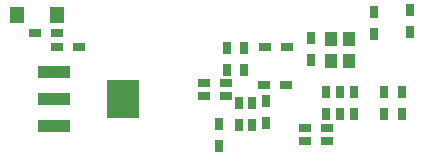
<source format=gbp>
G04*
G04 #@! TF.GenerationSoftware,Altium Limited,Altium Designer,21.6.1 (37)*
G04*
G04 Layer_Color=128*
%FSLAX25Y25*%
%MOIN*%
G70*
G04*
G04 #@! TF.SameCoordinates,071825C8-D767-4C1D-B5F0-F0FA3D86134F*
G04*
G04*
G04 #@! TF.FilePolarity,Positive*
G04*
G01*
G75*
%ADD25R,0.03000X0.04000*%
%ADD57R,0.03150X0.04000*%
%ADD58R,0.04331X0.04724*%
%ADD59R,0.04000X0.03150*%
%ADD60R,0.04000X0.03000*%
%ADD61R,0.10630X0.12992*%
%ADD62R,0.10630X0.03937*%
%ADD63R,0.04724X0.05512*%
D25*
X577500Y341300D02*
D03*
Y334000D02*
D03*
X570100Y359000D02*
D03*
Y351700D02*
D03*
X564500Y359000D02*
D03*
Y351700D02*
D03*
X573000Y333450D02*
D03*
Y340750D02*
D03*
X592700Y355100D02*
D03*
Y362400D02*
D03*
X623000Y337200D02*
D03*
Y344500D02*
D03*
X568500Y333350D02*
D03*
Y340650D02*
D03*
D57*
X597500Y337200D02*
D03*
Y344500D02*
D03*
X625500Y371800D02*
D03*
Y364500D02*
D03*
X613500Y363775D02*
D03*
Y371075D02*
D03*
X562000Y333650D02*
D03*
Y326350D02*
D03*
X602300Y344450D02*
D03*
Y337150D02*
D03*
X606800Y344450D02*
D03*
Y337150D02*
D03*
X617000Y337200D02*
D03*
Y344500D02*
D03*
D58*
X605133Y362240D02*
D03*
Y354760D02*
D03*
X599227D02*
D03*
Y362240D02*
D03*
D59*
X598000Y328000D02*
D03*
X590700D02*
D03*
X598000Y332500D02*
D03*
X590700D02*
D03*
X515150Y359500D02*
D03*
X507850D02*
D03*
D60*
X584300Y346800D02*
D03*
X577000D02*
D03*
X584500Y359500D02*
D03*
X577200D02*
D03*
X557000Y347500D02*
D03*
X564300D02*
D03*
Y343000D02*
D03*
X557000D02*
D03*
X508000Y364000D02*
D03*
X500700D02*
D03*
D61*
X530000Y342000D02*
D03*
D62*
X506772Y351055D02*
D03*
Y342000D02*
D03*
Y332945D02*
D03*
D63*
X494614Y370000D02*
D03*
X508000D02*
D03*
M02*

</source>
